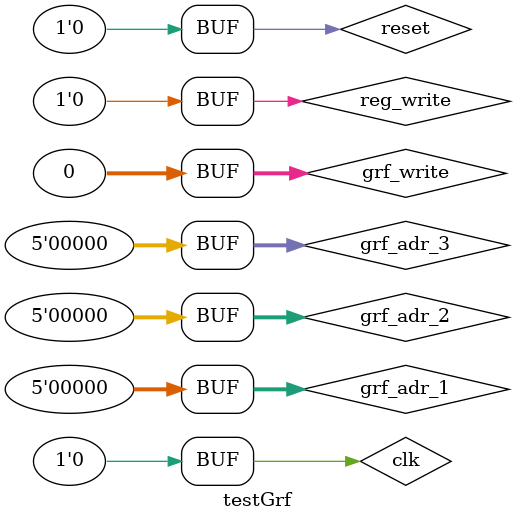
<source format=v>
`timescale 1ns / 1ps


module testGrf;

	// Inputs
	reg clk;
	reg reset;
	reg reg_write;
	reg [4:0] grf_adr_1;
	reg [4:0] grf_adr_2;
	reg [4:0] grf_adr_3;
	reg [31:0] grf_write;

	// Outputs
	wire [31:0] grf_read1;
	wire [31:0] grf_read2;

	// Instantiate the Unit Under Test (UUT)
	GRF uut (
		.clk(clk), 
		.reset(reset), 
		.reg_write(reg_write), 
		.grf_adr_1(grf_adr_1), 
		.grf_adr_2(grf_adr_2), 
		.grf_adr_3(grf_adr_3), 
		.grf_write(grf_write), 
		.grf_read1(grf_read1), 
		.grf_read2(grf_read2)
	);

	initial begin
		// Initialize Inputs
		clk = 0;
		reset = 0;
		reg_write = 0;
		grf_adr_1 = 0;
		grf_adr_2 = 0;
		grf_adr_3 = 0;
		grf_write = 0;

		// Wait 100 ns for global reset to finish
		#100;
        
		// Add stimulus here

	end
      
endmodule


</source>
